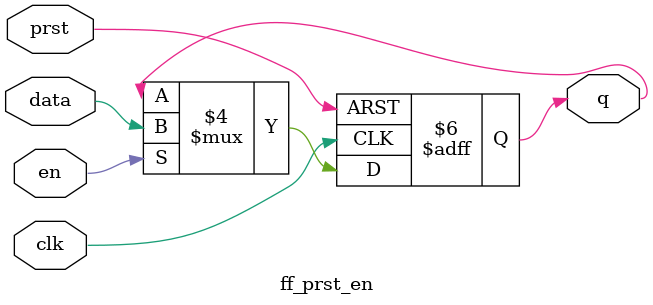
<source format=v>
module ff_prst_en (
    data,
    clk,
    prst,
    en,
    q
);
  input data, clk, prst, en;
  output q;
  reg q;
  always @(posedge clk or negedge prst)
    if (~prst) q = 1'b1;
    else if (en) q = data;
endmodule

</source>
